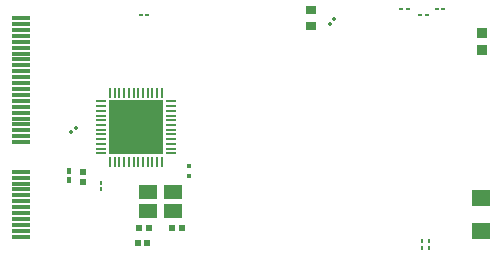
<source format=gtp>
G04*
G04 #@! TF.GenerationSoftware,Altium Limited,Altium Designer,22.7.1 (60)*
G04*
G04 Layer_Color=8421504*
%FSLAX44Y44*%
%MOMM*%
G71*
G04*
G04 #@! TF.SameCoordinates,2F50B947-C67E-4D0A-9455-C6AB2E86B346*
G04*
G04*
G04 #@! TF.FilePolarity,Positive*
G04*
G01*
G75*
%ADD14R,0.4500X0.4500*%
%ADD15R,0.9000X0.7000*%
G04:AMPARAMS|DCode=16|XSize=0.25mm|YSize=0.35mm|CornerRadius=0mm|HoleSize=0mm|Usage=FLASHONLY|Rotation=135.000|XOffset=0mm|YOffset=0mm|HoleType=Round|Shape=Rectangle|*
%AMROTATEDRECTD16*
4,1,4,0.2121,0.0354,-0.0354,-0.2121,-0.2121,-0.0354,0.0354,0.2121,0.2121,0.0354,0.0*
%
%ADD16ROTATEDRECTD16*%

%ADD17R,1.5000X1.4000*%
%ADD18R,0.3500X0.2500*%
%ADD19R,0.9500X0.9000*%
%ADD20R,0.2500X0.3500*%
%ADD21R,0.4000X0.6250*%
%ADD22R,0.5200X0.5600*%
%ADD23R,0.5800X0.5400*%
%ADD24R,0.8500X0.2000*%
%ADD25R,0.2000X0.8500*%
%ADD26R,4.6500X4.6500*%
%ADD27R,0.5600X0.5200*%
%ADD28R,1.5000X1.2000*%
%ADD29R,1.5000X0.3500*%
D14*
X154940Y117030D02*
D03*
Y109030D02*
D03*
D15*
X258572Y235570D02*
D03*
Y249570D02*
D03*
D16*
X277789Y241467D02*
D03*
X273899Y237577D02*
D03*
X55205Y145884D02*
D03*
X59095Y149773D02*
D03*
D17*
X401828Y89946D02*
D03*
Y61946D02*
D03*
D18*
X364788Y249936D02*
D03*
X370288D02*
D03*
X356064Y245110D02*
D03*
X350564D02*
D03*
X334816Y250190D02*
D03*
X340316D02*
D03*
X114090Y245110D02*
D03*
X119590D02*
D03*
D19*
X402590Y230258D02*
D03*
Y215258D02*
D03*
D20*
X358140Y53550D02*
D03*
Y48050D02*
D03*
X351790Y48050D02*
D03*
Y53550D02*
D03*
X80010Y97580D02*
D03*
Y103080D02*
D03*
D21*
X53340Y105100D02*
D03*
Y113340D02*
D03*
D22*
X64770Y111850D02*
D03*
Y104050D02*
D03*
D23*
X148680Y64770D02*
D03*
X140880D02*
D03*
X112940D02*
D03*
X120740D02*
D03*
D24*
X139500Y128000D02*
D03*
Y132000D02*
D03*
Y140000D02*
D03*
Y144000D02*
D03*
Y152000D02*
D03*
Y156000D02*
D03*
Y164000D02*
D03*
Y168000D02*
D03*
Y172000D02*
D03*
X80500D02*
D03*
Y168000D02*
D03*
Y156000D02*
D03*
Y152000D02*
D03*
Y148000D02*
D03*
Y140000D02*
D03*
Y164000D02*
D03*
Y128000D02*
D03*
Y160000D02*
D03*
X139500D02*
D03*
Y136000D02*
D03*
X80500Y144000D02*
D03*
X139500Y148000D02*
D03*
X80500Y132000D02*
D03*
Y136000D02*
D03*
D25*
X132000Y179500D02*
D03*
X128000D02*
D03*
X120000D02*
D03*
X116000D02*
D03*
X112000D02*
D03*
X108000D02*
D03*
X104000D02*
D03*
X96000D02*
D03*
X92000D02*
D03*
X88000D02*
D03*
Y120500D02*
D03*
X92000D02*
D03*
X116000D02*
D03*
X120000D02*
D03*
X124000D02*
D03*
X128000D02*
D03*
X132000D02*
D03*
X100000Y179500D02*
D03*
X124000D02*
D03*
X100000Y120500D02*
D03*
X104000D02*
D03*
X96000D02*
D03*
X112000D02*
D03*
X108000D02*
D03*
D26*
X110000Y150000D02*
D03*
D27*
X119370Y52070D02*
D03*
X111770D02*
D03*
D28*
X120310Y79630D02*
D03*
X141310D02*
D03*
Y95630D02*
D03*
X120310D02*
D03*
D29*
X12500Y242500D02*
D03*
Y237500D02*
D03*
Y232500D02*
D03*
Y227500D02*
D03*
Y222500D02*
D03*
Y217500D02*
D03*
Y212500D02*
D03*
Y207500D02*
D03*
Y202500D02*
D03*
Y197500D02*
D03*
Y192500D02*
D03*
Y187500D02*
D03*
Y182500D02*
D03*
Y177500D02*
D03*
Y172500D02*
D03*
Y167500D02*
D03*
Y162500D02*
D03*
Y157500D02*
D03*
Y152500D02*
D03*
Y147500D02*
D03*
Y142500D02*
D03*
Y137500D02*
D03*
Y112500D02*
D03*
Y107500D02*
D03*
Y102500D02*
D03*
Y97500D02*
D03*
Y92500D02*
D03*
Y87500D02*
D03*
Y82500D02*
D03*
Y77500D02*
D03*
Y72500D02*
D03*
Y67500D02*
D03*
Y62500D02*
D03*
Y57500D02*
D03*
M02*

</source>
